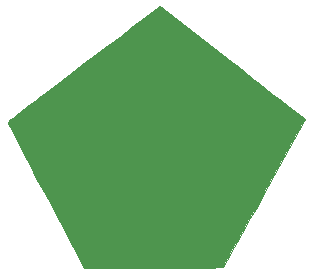
<source format=gbr>
G04 #@! TF.GenerationSoftware,KiCad,Pcbnew,5.1.2*
G04 #@! TF.CreationDate,2019-07-05T14:51:49-05:00*
G04 #@! TF.ProjectId,Goron's_Ruby,476f726f-6e27-4735-9f52-7562792e6b69,rev?*
G04 #@! TF.SameCoordinates,Original*
G04 #@! TF.FileFunction,Soldermask,Top*
G04 #@! TF.FilePolarity,Negative*
%FSLAX46Y46*%
G04 Gerber Fmt 4.6, Leading zero omitted, Abs format (unit mm)*
G04 Created by KiCad (PCBNEW 5.1.2) date 2019-07-05 14:51:49*
%MOMM*%
%LPD*%
G04 APERTURE LIST*
%ADD10C,0.010000*%
G04 APERTURE END LIST*
D10*
G36*
X153106821Y-93690174D02*
G01*
X153738910Y-94182967D01*
X154353852Y-94662342D01*
X154948251Y-95125656D01*
X155518713Y-95570263D01*
X156061842Y-95993519D01*
X156574243Y-96392780D01*
X157052523Y-96765402D01*
X157493285Y-97108739D01*
X157893135Y-97420148D01*
X158248678Y-97696985D01*
X158556519Y-97936604D01*
X158813263Y-98136361D01*
X159015514Y-98293613D01*
X159159879Y-98405714D01*
X159242962Y-98470021D01*
X159262156Y-98484690D01*
X159365146Y-98560403D01*
X155879247Y-104799451D01*
X155502557Y-105473448D01*
X155136678Y-106127707D01*
X154783771Y-106758381D01*
X154445999Y-107361621D01*
X154125525Y-107933576D01*
X153824510Y-108470400D01*
X153545116Y-108968243D01*
X153289506Y-109423256D01*
X153059842Y-109831591D01*
X152858286Y-110189398D01*
X152687000Y-110492830D01*
X152548147Y-110738036D01*
X152443889Y-110921169D01*
X152376388Y-111038380D01*
X152347805Y-111085819D01*
X152347257Y-111086493D01*
X152314931Y-111093889D01*
X152230871Y-111100862D01*
X152092504Y-111107445D01*
X151897257Y-111113670D01*
X151642558Y-111119572D01*
X151325834Y-111125184D01*
X150944511Y-111130538D01*
X150496018Y-111135668D01*
X149977781Y-111140606D01*
X149387227Y-111145387D01*
X148721784Y-111150044D01*
X147978879Y-111154609D01*
X147155939Y-111159115D01*
X146438000Y-111162702D01*
X140574833Y-111190917D01*
X137357500Y-105007006D01*
X137005947Y-104331076D01*
X136665128Y-103675348D01*
X136337086Y-103043771D01*
X136023863Y-102440292D01*
X135727499Y-101868860D01*
X135450038Y-101333422D01*
X135193520Y-100837927D01*
X134959987Y-100386323D01*
X134751481Y-99982558D01*
X134570045Y-99630579D01*
X134417719Y-99334336D01*
X134296545Y-99097777D01*
X134208565Y-98924848D01*
X134155822Y-98819499D01*
X134140167Y-98785721D01*
X134167598Y-98760372D01*
X134250329Y-98693453D01*
X134389015Y-98584465D01*
X134584313Y-98432909D01*
X134836877Y-98238287D01*
X135147364Y-98000100D01*
X135516429Y-97717850D01*
X135944728Y-97391038D01*
X136432917Y-97019165D01*
X136981650Y-96601734D01*
X137591585Y-96138245D01*
X138263376Y-95628200D01*
X138997679Y-95071101D01*
X139795151Y-94466448D01*
X140656446Y-93813743D01*
X141582220Y-93112488D01*
X142573129Y-92362184D01*
X143629829Y-91562333D01*
X144752976Y-90712436D01*
X145698488Y-89997123D01*
X147054476Y-88971369D01*
X153106821Y-93690174D01*
X153106821Y-93690174D01*
G37*
X153106821Y-93690174D02*
X153738910Y-94182967D01*
X154353852Y-94662342D01*
X154948251Y-95125656D01*
X155518713Y-95570263D01*
X156061842Y-95993519D01*
X156574243Y-96392780D01*
X157052523Y-96765402D01*
X157493285Y-97108739D01*
X157893135Y-97420148D01*
X158248678Y-97696985D01*
X158556519Y-97936604D01*
X158813263Y-98136361D01*
X159015514Y-98293613D01*
X159159879Y-98405714D01*
X159242962Y-98470021D01*
X159262156Y-98484690D01*
X159365146Y-98560403D01*
X155879247Y-104799451D01*
X155502557Y-105473448D01*
X155136678Y-106127707D01*
X154783771Y-106758381D01*
X154445999Y-107361621D01*
X154125525Y-107933576D01*
X153824510Y-108470400D01*
X153545116Y-108968243D01*
X153289506Y-109423256D01*
X153059842Y-109831591D01*
X152858286Y-110189398D01*
X152687000Y-110492830D01*
X152548147Y-110738036D01*
X152443889Y-110921169D01*
X152376388Y-111038380D01*
X152347805Y-111085819D01*
X152347257Y-111086493D01*
X152314931Y-111093889D01*
X152230871Y-111100862D01*
X152092504Y-111107445D01*
X151897257Y-111113670D01*
X151642558Y-111119572D01*
X151325834Y-111125184D01*
X150944511Y-111130538D01*
X150496018Y-111135668D01*
X149977781Y-111140606D01*
X149387227Y-111145387D01*
X148721784Y-111150044D01*
X147978879Y-111154609D01*
X147155939Y-111159115D01*
X146438000Y-111162702D01*
X140574833Y-111190917D01*
X137357500Y-105007006D01*
X137005947Y-104331076D01*
X136665128Y-103675348D01*
X136337086Y-103043771D01*
X136023863Y-102440292D01*
X135727499Y-101868860D01*
X135450038Y-101333422D01*
X135193520Y-100837927D01*
X134959987Y-100386323D01*
X134751481Y-99982558D01*
X134570045Y-99630579D01*
X134417719Y-99334336D01*
X134296545Y-99097777D01*
X134208565Y-98924848D01*
X134155822Y-98819499D01*
X134140167Y-98785721D01*
X134167598Y-98760372D01*
X134250329Y-98693453D01*
X134389015Y-98584465D01*
X134584313Y-98432909D01*
X134836877Y-98238287D01*
X135147364Y-98000100D01*
X135516429Y-97717850D01*
X135944728Y-97391038D01*
X136432917Y-97019165D01*
X136981650Y-96601734D01*
X137591585Y-96138245D01*
X138263376Y-95628200D01*
X138997679Y-95071101D01*
X139795151Y-94466448D01*
X140656446Y-93813743D01*
X141582220Y-93112488D01*
X142573129Y-92362184D01*
X143629829Y-91562333D01*
X144752976Y-90712436D01*
X145698488Y-89997123D01*
X147054476Y-88971369D01*
X153106821Y-93690174D01*
M02*

</source>
